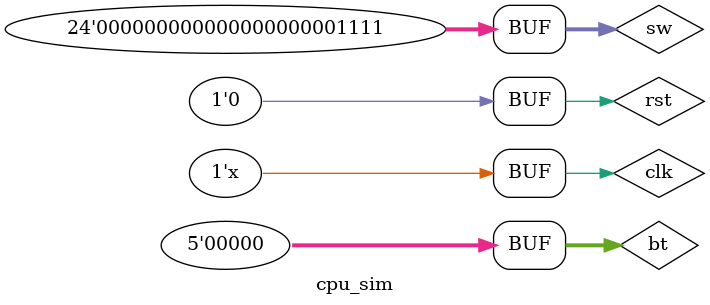
<source format=v>
`timescale 1ns / 1ps


module cpu_sim();

reg clk = 0;
reg rst = 1;
reg  [23:0] sw = 24'b0;
wire [23:0] led;
reg [4:0] bt = 5'b0;
wire [7:0] seg_out;
wire [7:0] seg_en;


reg rx;
wire tx;

Top test(rst, clk, sw, led, bt, 
seg_out, seg_en, rx, tx);


initial begin
#6000
rst = 0;
sw = 24'b00000000_0000_0000_0000_0111;

#500
bt[3] = 1;

#500
bt[3] = 0;

#500
bt[3] = 1;
sw = 24'b00000000_0000_0000_0000_1111;

#500
bt[3] = 0;

end
always #10 clk = ~clk;

endmodule

</source>
